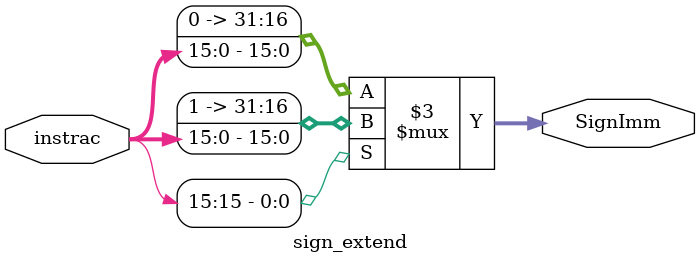
<source format=v>
module sign_extend(
    input [15:0] instrac,
    output reg [31:0] SignImm
);
    // Sign Extend
    always @(*) begin
        if (instrac[15]) begin
            SignImm = {{16{1'b1}}, instrac};
        end
        else begin
            SignImm = {{16{1'b0}}, instrac};
        end
    end
endmodule
</source>
